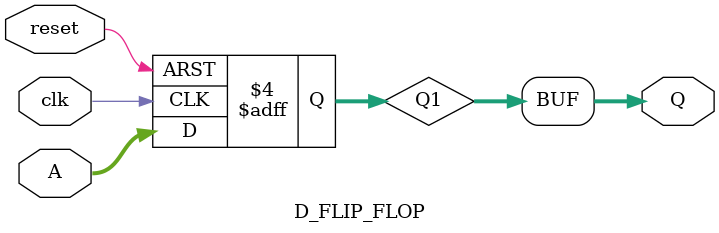
<source format=v>
module D_FLIP_FLOP(Q,A,clk,reset);
	parameter m=163;
	input wire[0:m-1] A;
	output wire[0:m-1] Q;
	reg[0:m-1] Q1;
	input wire clk,reset;
	assign Q=Q1;
	initial
	begin
		Q1=163'd0;
	end
	always@(posedge clk or negedge reset)
		if(~reset)begin
			Q1<=163'd0;
		end
		else begin
			Q1 <= A;
		end
endmodule
</source>
